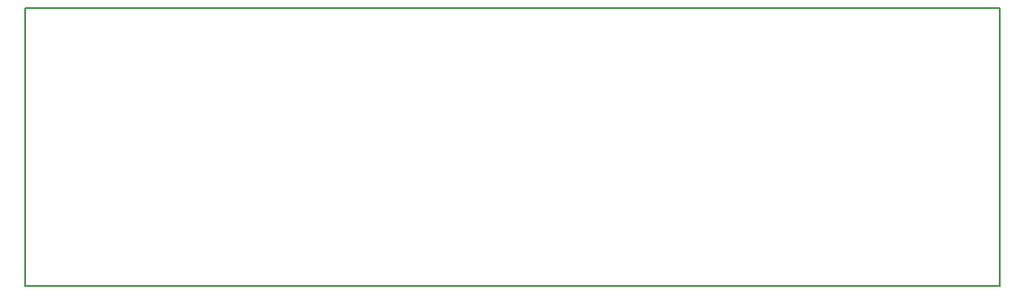
<source format=gbr>
G04 #@! TF.FileFunction,Profile,NP*
%FSLAX46Y46*%
G04 Gerber Fmt 4.6, Leading zero omitted, Abs format (unit mm)*
G04 Created by KiCad (PCBNEW 4.0.5+dfsg1-4) date Mon Sep 10 20:32:53 2018*
%MOMM*%
%LPD*%
G01*
G04 APERTURE LIST*
%ADD10C,0.100000*%
%ADD11C,0.150000*%
G04 APERTURE END LIST*
D10*
D11*
X32766000Y-21082000D02*
X124587000Y-21082000D01*
X124587000Y-47371000D02*
X124587000Y-21082000D01*
X32766000Y-47371000D02*
X124587000Y-47371000D01*
X32766000Y-47244000D02*
X32766000Y-47371000D01*
X32766000Y-21082000D02*
X32766000Y-47244000D01*
M02*

</source>
